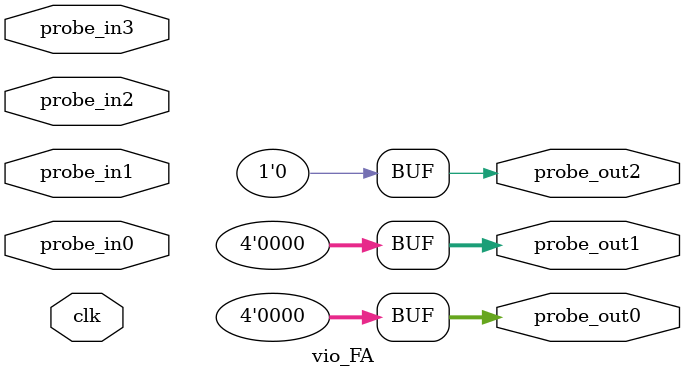
<source format=v>
`timescale 1ns / 1ps
module vio_FA (
clk,
probe_in0,probe_in1,probe_in2,probe_in3,
probe_out0,
probe_out1,
probe_out2
);

input clk;
input [4 : 0] probe_in0;
input [0 : 0] probe_in1;
input [0 : 0] probe_in2;
input [0 : 0] probe_in3;

output reg [3 : 0] probe_out0 = 'h0 ;
output reg [3 : 0] probe_out1 = 'h0 ;
output reg [0 : 0] probe_out2 = 'h0 ;


endmodule

</source>
